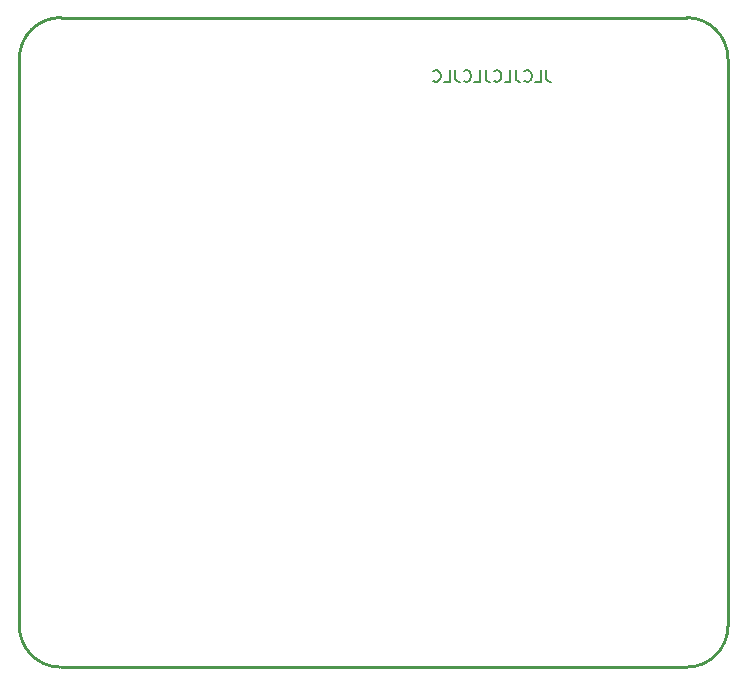
<source format=gbr>
G04 #@! TF.GenerationSoftware,KiCad,Pcbnew,(5.1.8)-1*
G04 #@! TF.CreationDate,2021-01-06T21:55:42-05:00*
G04 #@! TF.ProjectId,ECG_Amplifier,4543475f-416d-4706-9c69-666965722e6b,rev?*
G04 #@! TF.SameCoordinates,Original*
G04 #@! TF.FileFunction,Legend,Bot*
G04 #@! TF.FilePolarity,Positive*
%FSLAX46Y46*%
G04 Gerber Fmt 4.6, Leading zero omitted, Abs format (unit mm)*
G04 Created by KiCad (PCBNEW (5.1.8)-1) date 2021-01-06 21:55:42*
%MOMM*%
%LPD*%
G01*
G04 APERTURE LIST*
G04 #@! TA.AperFunction,Profile*
%ADD10C,0.254000*%
G04 #@! TD*
%ADD11C,0.150000*%
G04 APERTURE END LIST*
D10*
X126500000Y-127500000D02*
G75*
G03*
X130000000Y-124000000I0J3500000D01*
G01*
X130000000Y-76000000D02*
G75*
G03*
X126500000Y-72500000I-3500000J0D01*
G01*
X70000000Y-124000000D02*
G75*
G03*
X73500000Y-127500000I3500000J0D01*
G01*
D11*
X114619047Y-76952380D02*
X114619047Y-77666666D01*
X114666666Y-77809523D01*
X114761904Y-77904761D01*
X114904761Y-77952380D01*
X115000000Y-77952380D01*
X113666666Y-77952380D02*
X114142857Y-77952380D01*
X114142857Y-76952380D01*
X112761904Y-77857142D02*
X112809523Y-77904761D01*
X112952380Y-77952380D01*
X113047619Y-77952380D01*
X113190476Y-77904761D01*
X113285714Y-77809523D01*
X113333333Y-77714285D01*
X113380952Y-77523809D01*
X113380952Y-77380952D01*
X113333333Y-77190476D01*
X113285714Y-77095238D01*
X113190476Y-77000000D01*
X113047619Y-76952380D01*
X112952380Y-76952380D01*
X112809523Y-77000000D01*
X112761904Y-77047619D01*
X112047619Y-76952380D02*
X112047619Y-77666666D01*
X112095238Y-77809523D01*
X112190476Y-77904761D01*
X112333333Y-77952380D01*
X112428571Y-77952380D01*
X111095238Y-77952380D02*
X111571428Y-77952380D01*
X111571428Y-76952380D01*
X110190476Y-77857142D02*
X110238095Y-77904761D01*
X110380952Y-77952380D01*
X110476190Y-77952380D01*
X110619047Y-77904761D01*
X110714285Y-77809523D01*
X110761904Y-77714285D01*
X110809523Y-77523809D01*
X110809523Y-77380952D01*
X110761904Y-77190476D01*
X110714285Y-77095238D01*
X110619047Y-77000000D01*
X110476190Y-76952380D01*
X110380952Y-76952380D01*
X110238095Y-77000000D01*
X110190476Y-77047619D01*
X109476190Y-76952380D02*
X109476190Y-77666666D01*
X109523809Y-77809523D01*
X109619047Y-77904761D01*
X109761904Y-77952380D01*
X109857142Y-77952380D01*
X108523809Y-77952380D02*
X109000000Y-77952380D01*
X109000000Y-76952380D01*
X107619047Y-77857142D02*
X107666666Y-77904761D01*
X107809523Y-77952380D01*
X107904761Y-77952380D01*
X108047619Y-77904761D01*
X108142857Y-77809523D01*
X108190476Y-77714285D01*
X108238095Y-77523809D01*
X108238095Y-77380952D01*
X108190476Y-77190476D01*
X108142857Y-77095238D01*
X108047619Y-77000000D01*
X107904761Y-76952380D01*
X107809523Y-76952380D01*
X107666666Y-77000000D01*
X107619047Y-77047619D01*
X106904761Y-76952380D02*
X106904761Y-77666666D01*
X106952380Y-77809523D01*
X107047619Y-77904761D01*
X107190476Y-77952380D01*
X107285714Y-77952380D01*
X105952380Y-77952380D02*
X106428571Y-77952380D01*
X106428571Y-76952380D01*
X105047619Y-77857142D02*
X105095238Y-77904761D01*
X105238095Y-77952380D01*
X105333333Y-77952380D01*
X105476190Y-77904761D01*
X105571428Y-77809523D01*
X105619047Y-77714285D01*
X105666666Y-77523809D01*
X105666666Y-77380952D01*
X105619047Y-77190476D01*
X105571428Y-77095238D01*
X105476190Y-77000000D01*
X105333333Y-76952380D01*
X105238095Y-76952380D01*
X105095238Y-77000000D01*
X105047619Y-77047619D01*
D10*
X73500000Y-72500000D02*
G75*
G03*
X70000000Y-76000000I0J-3500000D01*
G01*
X70000000Y-76000000D02*
X70000000Y-124000000D01*
X130000000Y-76000000D02*
X130000000Y-124000000D01*
X73500000Y-127500000D02*
X126500000Y-127500000D01*
X73500000Y-72500000D02*
X126500000Y-72500000D01*
M02*

</source>
